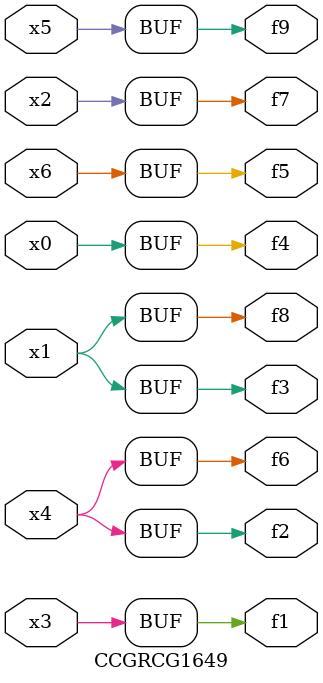
<source format=v>
module CCGRCG1649(
	input x0, x1, x2, x3, x4, x5, x6,
	output f1, f2, f3, f4, f5, f6, f7, f8, f9
);
	assign f1 = x3;
	assign f2 = x4;
	assign f3 = x1;
	assign f4 = x0;
	assign f5 = x6;
	assign f6 = x4;
	assign f7 = x2;
	assign f8 = x1;
	assign f9 = x5;
endmodule

</source>
